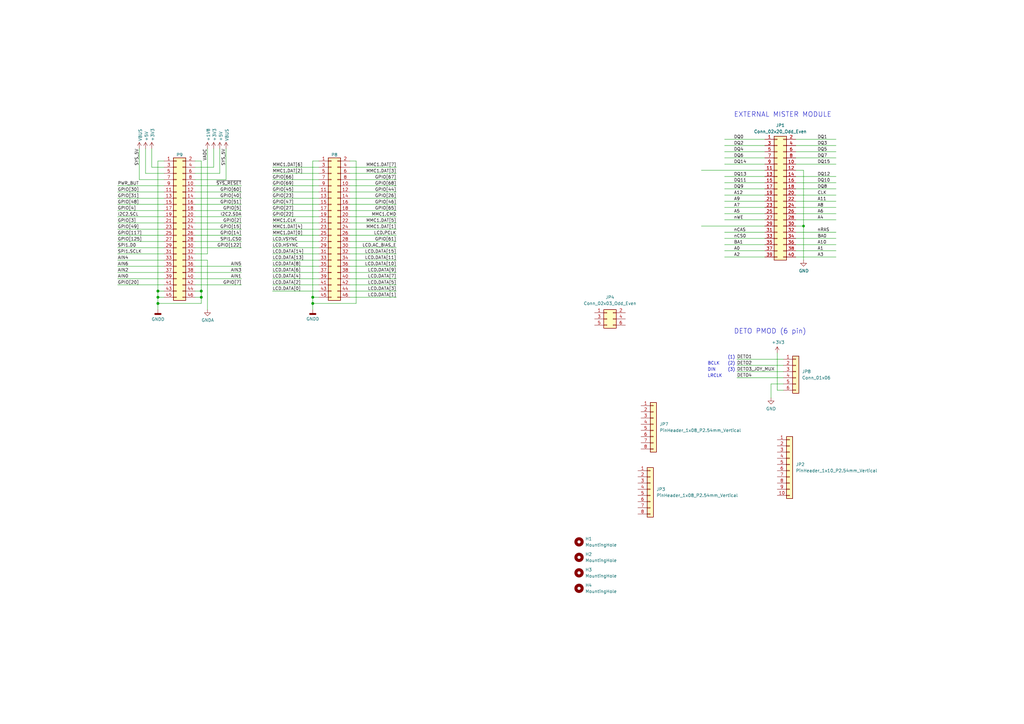
<source format=kicad_sch>
(kicad_sch (version 20211123) (generator eeschema)
  (paper "A3")
  (title_block (title "DECA RETRO CAPE 2") (date "2022-03-10") (rev "${VERSION}") (company "Hard Team Deca") (comment 2 "2022 Somhic <@somhic at telegram>") (comment 3 "License: CC-BY-SA v4.0"))
  (lib_symbols
    (symbol "Connector_Generic:Conn_01x06" (pin_names (offset 1.016) hide)
      (property "Reference" "J" (at 0 7.62 0))
      (property "Value" "Conn_01x06" (at 0 -10.16 0))
      (symbol "Conn_01x06_1_1"
        (rectangle (start -1.27 -7.493) (end 0 -7.747) (stroke (width 0.1524)))
        (rectangle (start -1.27 -4.953) (end 0 -5.207) (stroke (width 0.1524)))
        (rectangle (start -1.27 -2.413) (end 0 -2.667) (stroke (width 0.1524)))
        (rectangle (start -1.27 0.127) (end 0 -0.127) (stroke (width 0.1524)))
        (rectangle (start -1.27 2.667) (end 0 2.413) (stroke (width 0.1524)))
        (rectangle (start -1.27 5.207) (end 0 4.953) (stroke (width 0.1524)))
        (rectangle (start -1.27 6.35) (end 1.27 -8.89) (stroke (width 0.254)) (fill (type background)))
        (pin passive line (at -5.08 5.08 0) (length 3.81) (name "Pin_1") (number "1"))
        (pin passive line (at -5.08 2.54 0) (length 3.81) (name "Pin_2") (number "2"))
        (pin passive line (at -5.08 0 0) (length 3.81) (name "Pin_3") (number "3"))
        (pin passive line (at -5.08 -2.54 0) (length 3.81) (name "Pin_4") (number "4"))
        (pin passive line (at -5.08 -5.08 0) (length 3.81) (name "Pin_5") (number "5"))
        (pin passive line (at -5.08 -7.62 0) (length 3.81) (name "Pin_6") (number "6"))
      )
    )
    (symbol "Connector_Generic:Conn_01x08" (pin_names (offset 1.016) hide)
      (property "Reference" "J" (at 0 10.16 0))
      (property "Value" "Conn_01x08" (at 0 -12.7 0))
      (symbol "Conn_01x08_1_1"
        (rectangle (start -1.27 -10.033) (end 0 -10.287) (stroke (width 0.1524)))
        (rectangle (start -1.27 -7.493) (end 0 -7.747) (stroke (width 0.1524)))
        (rectangle (start -1.27 -4.953) (end 0 -5.207) (stroke (width 0.1524)))
        (rectangle (start -1.27 -2.413) (end 0 -2.667) (stroke (width 0.1524)))
        (rectangle (start -1.27 0.127) (end 0 -0.127) (stroke (width 0.1524)))
        (rectangle (start -1.27 2.667) (end 0 2.413) (stroke (width 0.1524)))
        (rectangle (start -1.27 5.207) (end 0 4.953) (stroke (width 0.1524)))
        (rectangle (start -1.27 7.747) (end 0 7.493) (stroke (width 0.1524)))
        (rectangle (start -1.27 8.89) (end 1.27 -11.43) (stroke (width 0.254)) (fill (type background)))
        (pin passive line (at -5.08 7.62 0) (length 3.81) (name "Pin_1") (number "1"))
        (pin passive line (at -5.08 5.08 0) (length 3.81) (name "Pin_2") (number "2"))
        (pin passive line (at -5.08 2.54 0) (length 3.81) (name "Pin_3") (number "3"))
        (pin passive line (at -5.08 0 0) (length 3.81) (name "Pin_4") (number "4"))
        (pin passive line (at -5.08 -2.54 0) (length 3.81) (name "Pin_5") (number "5"))
        (pin passive line (at -5.08 -5.08 0) (length 3.81) (name "Pin_6") (number "6"))
        (pin passive line (at -5.08 -7.62 0) (length 3.81) (name "Pin_7") (number "7"))
        (pin passive line (at -5.08 -10.16 0) (length 3.81) (name "Pin_8") (number "8"))
      )
    )
    (symbol "Connector_Generic:Conn_01x10" (pin_names (offset 1.016) hide)
      (property "Reference" "J" (at 0 12.7 0))
      (property "Value" "Conn_01x10" (at 0 -15.24 0))
      (symbol "Conn_01x10_1_1"
        (rectangle (start -1.27 -12.573) (end 0 -12.827) (stroke (width 0.1524)))
        (rectangle (start -1.27 -10.033) (end 0 -10.287) (stroke (width 0.1524)))
        (rectangle (start -1.27 -7.493) (end 0 -7.747) (stroke (width 0.1524)))
        (rectangle (start -1.27 -4.953) (end 0 -5.207) (stroke (width 0.1524)))
        (rectangle (start -1.27 -2.413) (end 0 -2.667) (stroke (width 0.1524)))
        (rectangle (start -1.27 0.127) (end 0 -0.127) (stroke (width 0.1524)))
        (rectangle (start -1.27 2.667) (end 0 2.413) (stroke (width 0.1524)))
        (rectangle (start -1.27 5.207) (end 0 4.953) (stroke (width 0.1524)))
        (rectangle (start -1.27 7.747) (end 0 7.493) (stroke (width 0.1524)))
        (rectangle (start -1.27 10.287) (end 0 10.033) (stroke (width 0.1524)))
        (rectangle (start -1.27 11.43) (end 1.27 -13.97) (stroke (width 0.254)) (fill (type background)))
        (pin passive line (at -5.08 10.16 0) (length 3.81) (name "Pin_1") (number "1"))
        (pin passive line (at -5.08 -12.7 0) (length 3.81) (name "Pin_10") (number "10"))
        (pin passive line (at -5.08 7.62 0) (length 3.81) (name "Pin_2") (number "2"))
        (pin passive line (at -5.08 5.08 0) (length 3.81) (name "Pin_3") (number "3"))
        (pin passive line (at -5.08 2.54 0) (length 3.81) (name "Pin_4") (number "4"))
        (pin passive line (at -5.08 0 0) (length 3.81) (name "Pin_5") (number "5"))
        (pin passive line (at -5.08 -2.54 0) (length 3.81) (name "Pin_6") (number "6"))
        (pin passive line (at -5.08 -5.08 0) (length 3.81) (name "Pin_7") (number "7"))
        (pin passive line (at -5.08 -7.62 0) (length 3.81) (name "Pin_8") (number "8"))
        (pin passive line (at -5.08 -10.16 0) (length 3.81) (name "Pin_9") (number "9"))
      )
    )
    (symbol "Connector_Generic:Conn_02x03_Odd_Even" (pin_names (offset 1.016) hide)
      (property "Reference" "J" (at 1.27 5.08 0))
      (property "Value" "Conn_02x03_Odd_Even" (at 1.27 -5.08 0))
      (symbol "Conn_02x03_Odd_Even_1_1"
        (rectangle (start -1.27 -2.413) (end 0 -2.667) (stroke (width 0.1524)))
        (rectangle (start -1.27 0.127) (end 0 -0.127) (stroke (width 0.1524)))
        (rectangle (start -1.27 2.667) (end 0 2.413) (stroke (width 0.1524)))
        (rectangle (start -1.27 3.81) (end 3.81 -3.81) (stroke (width 0.254)) (fill (type background)))
        (rectangle (start 3.81 -2.413) (end 2.54 -2.667) (stroke (width 0.1524)))
        (rectangle (start 3.81 0.127) (end 2.54 -0.127) (stroke (width 0.1524)))
        (rectangle (start 3.81 2.667) (end 2.54 2.413) (stroke (width 0.1524)))
        (pin passive line (at -5.08 2.54 0) (length 3.81) (name "Pin_1") (number "1"))
        (pin passive line (at 7.62 2.54 180) (length 3.81) (name "Pin_2") (number "2"))
        (pin passive line (at -5.08 0 0) (length 3.81) (name "Pin_3") (number "3"))
        (pin passive line (at 7.62 0 180) (length 3.81) (name "Pin_4") (number "4"))
        (pin passive line (at -5.08 -2.54 0) (length 3.81) (name "Pin_5") (number "5"))
        (pin passive line (at 7.62 -2.54 180) (length 3.81) (name "Pin_6") (number "6"))
      )
    )
    (symbol "Connector_Generic:Conn_02x20_Odd_Even" (pin_names (offset 1.016) hide)
      (property "Reference" "J" (at 1.27 25.4 0))
      (property "Value" "Conn_02x20_Odd_Even" (at 1.27 -27.94 0))
      (symbol "Conn_02x20_Odd_Even_1_1"
        (rectangle (start -1.27 -25.273) (end 0 -25.527) (stroke (width 0.1524)))
        (rectangle (start -1.27 -22.733) (end 0 -22.987) (stroke (width 0.1524)))
        (rectangle (start -1.27 -20.193) (end 0 -20.447) (stroke (width 0.1524)))
        (rectangle (start -1.27 -17.653) (end 0 -17.907) (stroke (width 0.1524)))
        (rectangle (start -1.27 -15.113) (end 0 -15.367) (stroke (width 0.1524)))
        (rectangle (start -1.27 -12.573) (end 0 -12.827) (stroke (width 0.1524)))
        (rectangle (start -1.27 -10.033) (end 0 -10.287) (stroke (width 0.1524)))
        (rectangle (start -1.27 -7.493) (end 0 -7.747) (stroke (width 0.1524)))
        (rectangle (start -1.27 -4.953) (end 0 -5.207) (stroke (width 0.1524)))
        (rectangle (start -1.27 -2.413) (end 0 -2.667) (stroke (width 0.1524)))
        (rectangle (start -1.27 0.127) (end 0 -0.127) (stroke (width 0.1524)))
        (rectangle (start -1.27 2.667) (end 0 2.413) (stroke (width 0.1524)))
        (rectangle (start -1.27 5.207) (end 0 4.953) (stroke (width 0.1524)))
        (rectangle (start -1.27 7.747) (end 0 7.493) (stroke (width 0.1524)))
        (rectangle (start -1.27 10.287) (end 0 10.033) (stroke (width 0.1524)))
        (rectangle (start -1.27 12.827) (end 0 12.573) (stroke (width 0.1524)))
        (rectangle (start -1.27 15.367) (end 0 15.113) (stroke (width 0.1524)))
        (rectangle (start -1.27 17.907) (end 0 17.653) (stroke (width 0.1524)))
        (rectangle (start -1.27 20.447) (end 0 20.193) (stroke (width 0.1524)))
        (rectangle (start -1.27 22.987) (end 0 22.733) (stroke (width 0.1524)))
        (rectangle (start -1.27 24.13) (end 3.81 -26.67) (stroke (width 0.254)) (fill (type background)))
        (rectangle (start 3.81 -25.273) (end 2.54 -25.527) (stroke (width 0.1524)))
        (rectangle (start 3.81 -22.733) (end 2.54 -22.987) (stroke (width 0.1524)))
        (rectangle (start 3.81 -20.193) (end 2.54 -20.447) (stroke (width 0.1524)))
        (rectangle (start 3.81 -17.653) (end 2.54 -17.907) (stroke (width 0.1524)))
        (rectangle (start 3.81 -15.113) (end 2.54 -15.367) (stroke (width 0.1524)))
        (rectangle (start 3.81 -12.573) (end 2.54 -12.827) (stroke (width 0.1524)))
        (rectangle (start 3.81 -10.033) (end 2.54 -10.287) (stroke (width 0.1524)))
        (rectangle (start 3.81 -7.493) (end 2.54 -7.747) (stroke (width 0.1524)))
        (rectangle (start 3.81 -4.953) (end 2.54 -5.207) (stroke (width 0.1524)))
        (rectangle (start 3.81 -2.413) (end 2.54 -2.667) (stroke (width 0.1524)))
        (rectangle (start 3.81 0.127) (end 2.54 -0.127) (stroke (width 0.1524)))
        (rectangle (start 3.81 2.667) (end 2.54 2.413) (stroke (width 0.1524)))
        (rectangle (start 3.81 5.207) (end 2.54 4.953) (stroke (width 0.1524)))
        (rectangle (start 3.81 7.747) (end 2.54 7.493) (stroke (width 0.1524)))
        (rectangle (start 3.81 10.287) (end 2.54 10.033) (stroke (width 0.1524)))
        (rectangle (start 3.81 12.827) (end 2.54 12.573) (stroke (width 0.1524)))
        (rectangle (start 3.81 15.367) (end 2.54 15.113) (stroke (width 0.1524)))
        (rectangle (start 3.81 17.907) (end 2.54 17.653) (stroke (width 0.1524)))
        (rectangle (start 3.81 20.447) (end 2.54 20.193) (stroke (width 0.1524)))
        (rectangle (start 3.81 22.987) (end 2.54 22.733) (stroke (width 0.1524)))
        (pin passive line (at -5.08 22.86 0) (length 3.81) (name "Pin_1") (number "1"))
        (pin passive line (at 7.62 12.7 180) (length 3.81) (name "Pin_10") (number "10"))
        (pin passive line (at -5.08 10.16 0) (length 3.81) (name "Pin_11") (number "11"))
        (pin passive line (at 7.62 10.16 180) (length 3.81) (name "Pin_12") (number "12"))
        (pin passive line (at -5.08 7.62 0) (length 3.81) (name "Pin_13") (number "13"))
        (pin passive line (at 7.62 7.62 180) (length 3.81) (name "Pin_14") (number "14"))
        (pin passive line (at -5.08 5.08 0) (length 3.81) (name "Pin_15") (number "15"))
        (pin passive line (at 7.62 5.08 180) (length 3.81) (name "Pin_16") (number "16"))
        (pin passive line (at -5.08 2.54 0) (length 3.81) (name "Pin_17") (number "17"))
        (pin passive line (at 7.62 2.54 180) (length 3.81) (name "Pin_18") (number "18"))
        (pin passive line (at -5.08 0 0) (length 3.81) (name "Pin_19") (number "19"))
        (pin passive line (at 7.62 22.86 180) (length 3.81) (name "Pin_2") (number "2"))
        (pin passive line (at 7.62 0 180) (length 3.81) (name "Pin_20") (number "20"))
        (pin passive line (at -5.08 -2.54 0) (length 3.81) (name "Pin_21") (number "21"))
        (pin passive line (at 7.62 -2.54 180) (length 3.81) (name "Pin_22") (number "22"))
        (pin passive line (at -5.08 -5.08 0) (length 3.81) (name "Pin_23") (number "23"))
        (pin passive line (at 7.62 -5.08 180) (length 3.81) (name "Pin_24") (number "24"))
        (pin passive line (at -5.08 -7.62 0) (length 3.81) (name "Pin_25") (number "25"))
        (pin passive line (at 7.62 -7.62 180) (length 3.81) (name "Pin_26") (number "26"))
        (pin passive line (at -5.08 -10.16 0) (length 3.81) (name "Pin_27") (number "27"))
        (pin passive line (at 7.62 -10.16 180) (length 3.81) (name "Pin_28") (number "28"))
        (pin passive line (at -5.08 -12.7 0) (length 3.81) (name "Pin_29") (number "29"))
        (pin passive line (at -5.08 20.32 0) (length 3.81) (name "Pin_3") (number "3"))
        (pin passive line (at 7.62 -12.7 180) (length 3.81) (name "Pin_30") (number "30"))
        (pin passive line (at -5.08 -15.24 0) (length 3.81) (name "Pin_31") (number "31"))
        (pin passive line (at 7.62 -15.24 180) (length 3.81) (name "Pin_32") (number "32"))
        (pin passive line (at -5.08 -17.78 0) (length 3.81) (name "Pin_33") (number "33"))
        (pin passive line (at 7.62 -17.78 180) (length 3.81) (name "Pin_34") (number "34"))
        (pin passive line (at -5.08 -20.32 0) (length 3.81) (name "Pin_35") (number "35"))
        (pin passive line (at 7.62 -20.32 180) (length 3.81) (name "Pin_36") (number "36"))
        (pin passive line (at -5.08 -22.86 0) (length 3.81) (name "Pin_37") (number "37"))
        (pin passive line (at 7.62 -22.86 180) (length 3.81) (name "Pin_38") (number "38"))
        (pin passive line (at -5.08 -25.4 0) (length 3.81) (name "Pin_39") (number "39"))
        (pin passive line (at 7.62 20.32 180) (length 3.81) (name "Pin_4") (number "4"))
        (pin passive line (at 7.62 -25.4 180) (length 3.81) (name "Pin_40") (number "40"))
        (pin passive line (at -5.08 17.78 0) (length 3.81) (name "Pin_5") (number "5"))
        (pin passive line (at 7.62 17.78 180) (length 3.81) (name "Pin_6") (number "6"))
        (pin passive line (at -5.08 15.24 0) (length 3.81) (name "Pin_7") (number "7"))
        (pin passive line (at 7.62 15.24 180) (length 3.81) (name "Pin_8") (number "8"))
        (pin passive line (at -5.08 12.7 0) (length 3.81) (name "Pin_9") (number "9"))
      )
    )
    (symbol "Connector_Generic:Conn_02x23_Odd_Even" (pin_names (offset 1.016) hide)
      (property "Reference" "J" (at 1.27 30.48 0))
      (property "Value" "Conn_02x23_Odd_Even" (at 1.27 -30.48 0))
      (symbol "Conn_02x23_Odd_Even_1_1"
        (rectangle (start -1.27 -27.813) (end 0 -28.067) (stroke (width 0.1524)))
        (rectangle (start -1.27 -25.273) (end 0 -25.527) (stroke (width 0.1524)))
        (rectangle (start -1.27 -22.733) (end 0 -22.987) (stroke (width 0.1524)))
        (rectangle (start -1.27 -20.193) (end 0 -20.447) (stroke (width 0.1524)))
        (rectangle (start -1.27 -17.653) (end 0 -17.907) (stroke (width 0.1524)))
        (rectangle (start -1.27 -15.113) (end 0 -15.367) (stroke (width 0.1524)))
        (rectangle (start -1.27 -12.573) (end 0 -12.827) (stroke (width 0.1524)))
        (rectangle (start -1.27 -10.033) (end 0 -10.287) (stroke (width 0.1524)))
        (rectangle (start -1.27 -7.493) (end 0 -7.747) (stroke (width 0.1524)))
        (rectangle (start -1.27 -4.953) (end 0 -5.207) (stroke (width 0.1524)))
        (rectangle (start -1.27 -2.413) (end 0 -2.667) (stroke (width 0.1524)))
        (rectangle (start -1.27 0.127) (end 0 -0.127) (stroke (width 0.1524)))
        (rectangle (start -1.27 2.667) (end 0 2.413) (stroke (width 0.1524)))
        (rectangle (start -1.27 5.207) (end 0 4.953) (stroke (width 0.1524)))
        (rectangle (start -1.27 7.747) (end 0 7.493) (stroke (width 0.1524)))
        (rectangle (start -1.27 10.287) (end 0 10.033) (stroke (width 0.1524)))
        (rectangle (start -1.27 12.827) (end 0 12.573) (stroke (width 0.1524)))
        (rectangle (start -1.27 15.367) (end 0 15.113) (stroke (width 0.1524)))
        (rectangle (start -1.27 17.907) (end 0 17.653) (stroke (width 0.1524)))
        (rectangle (start -1.27 20.447) (end 0 20.193) (stroke (width 0.1524)))
        (rectangle (start -1.27 22.987) (end 0 22.733) (stroke (width 0.1524)))
        (rectangle (start -1.27 25.527) (end 0 25.273) (stroke (width 0.1524)))
        (rectangle (start -1.27 28.067) (end 0 27.813) (stroke (width 0.1524)))
        (rectangle (start -1.27 29.21) (end 3.81 -29.21) (stroke (width 0.254)) (fill (type background)))
        (rectangle (start 3.81 -27.813) (end 2.54 -28.067) (stroke (width 0.1524)))
        (rectangle (start 3.81 -25.273) (end 2.54 -25.527) (stroke (width 0.1524)))
        (rectangle (start 3.81 -22.733) (end 2.54 -22.987) (stroke (width 0.1524)))
        (rectangle (start 3.81 -20.193) (end 2.54 -20.447) (stroke (width 0.1524)))
        (rectangle (start 3.81 -17.653) (end 2.54 -17.907) (stroke (width 0.1524)))
        (rectangle (start 3.81 -15.113) (end 2.54 -15.367) (stroke (width 0.1524)))
        (rectangle (start 3.81 -12.573) (end 2.54 -12.827) (stroke (width 0.1524)))
        (rectangle (start 3.81 -10.033) (end 2.54 -10.287) (stroke (width 0.1524)))
        (rectangle (start 3.81 -7.493) (end 2.54 -7.747) (stroke (width 0.1524)))
        (rectangle (start 3.81 -4.953) (end 2.54 -5.207) (stroke (width 0.1524)))
        (rectangle (start 3.81 -2.413) (end 2.54 -2.667) (stroke (width 0.1524)))
        (rectangle (start 3.81 0.127) (end 2.54 -0.127) (stroke (width 0.1524)))
        (rectangle (start 3.81 2.667) (end 2.54 2.413) (stroke (width 0.1524)))
        (rectangle (start 3.81 5.207) (end 2.54 4.953) (stroke (width 0.1524)))
        (rectangle (start 3.81 7.747) (end 2.54 7.493) (stroke (width 0.1524)))
        (rectangle (start 3.81 10.287) (end 2.54 10.033) (stroke (width 0.1524)))
        (rectangle (start 3.81 12.827) (end 2.54 12.573) (stroke (width 0.1524)))
        (rectangle (start 3.81 15.367) (end 2.54 15.113) (stroke (width 0.1524)))
        (rectangle (start 3.81 17.907) (end 2.54 17.653) (stroke (width 0.1524)))
        (rectangle (start 3.81 20.447) (end 2.54 20.193) (stroke (width 0.1524)))
        (rectangle (start 3.81 22.987) (end 2.54 22.733) (stroke (width 0.1524)))
        (rectangle (start 3.81 25.527) (end 2.54 25.273) (stroke (width 0.1524)))
        (rectangle (start 3.81 28.067) (end 2.54 27.813) (stroke (width 0.1524)))
        (pin passive line (at -5.08 27.94 0) (length 3.81) (name "Pin_1") (number "1"))
        (pin passive line (at 7.62 17.78 180) (length 3.81) (name "Pin_10") (number "10"))
        (pin passive line (at -5.08 15.24 0) (length 3.81) (name "Pin_11") (number "11"))
        (pin passive line (at 7.62 15.24 180) (length 3.81) (name "Pin_12") (number "12"))
        (pin passive line (at -5.08 12.7 0) (length 3.81) (name "Pin_13") (number "13"))
        (pin passive line (at 7.62 12.7 180) (length 3.81) (name "Pin_14") (number "14"))
        (pin passive line (at -5.08 10.16 0) (length 3.81) (name "Pin_15") (number "15"))
        (pin passive line (at 7.62 10.16 180) (length 3.81) (name "Pin_16") (number "16"))
        (pin passive line (at -5.08 7.62 0) (length 3.81) (name "Pin_17") (number "17"))
        (pin passive line (at 7.62 7.62 180) (length 3.81) (name "Pin_18") (number "18"))
        (pin passive line (at -5.08 5.08 0) (length 3.81) (name "Pin_19") (number "19"))
        (pin passive line (at 7.62 27.94 180) (length 3.81) (name "Pin_2") (number "2"))
        (pin passive line (at 7.62 5.08 180) (length 3.81) (name "Pin_20") (number "20"))
        (pin passive line (at -5.08 2.54 0) (length 3.81) (name "Pin_21") (number "21"))
        (pin passive line (at 7.62 2.54 180) (length 3.81) (name "Pin_22") (number "22"))
        (pin passive line (at -5.08 0 0) (length 3.81) (name "Pin_23") (number "23"))
        (pin passive line (at 7.62 0 180) (length 3.81) (name "Pin_24") (number "24"))
        (pin passive line (at -5.08 -2.54 0) (length 3.81) (name "Pin_25") (number "25"))
        (pin passive line (at 7.62 -2.54 180) (length 3.81) (name "Pin_26") (number "26"))
        (pin passive line (at -5.08 -5.08 0) (length 3.81) (name "Pin_27") (number "27"))
        (pin passive line (at 7.62 -5.08 180) (length 3.81) (name "Pin_28") (number "28"))
        (pin passive line (at -5.08 -7.62 0) (length 3.81) (name "Pin_29") (number "29"))
        (pin passive line (at -5.08 25.4 0) (length 3.81) (name "Pin_3") (number "3"))
        (pin passive line (at 7.62 -7.62 180) (length 3.81) (name "Pin_30") (number "30"))
        (pin passive line (at -5.08 -10.16 0) (length 3.81) (name "Pin_31") (number "31"))
        (pin passive line (at 7.62 -10.16 180) (length 3.81) (name "Pin_32") (number "32"))
        (pin passive line (at -5.08 -12.7 0) (length 3.81) (name "Pin_33") (number "33"))
        (pin passive line (at 7.62 -12.7 180) (length 3.81) (name "Pin_34") (number "34"))
        (pin passive line (at -5.08 -15.24 0) (length 3.81) (name "Pin_35") (number "35"))
        (pin passive line (at 7.62 -15.24 180) (length 3.81) (name "Pin_36") (number "36"))
        (pin passive line (at -5.08 -17.78 0) (length 3.81) (name "Pin_37") (number "37"))
        (pin passive line (at 7.62 -17.78 180) (length 3.81) (name "Pin_38") (number "38"))
        (pin passive line (at -5.08 -20.32 0) (length 3.81) (name "Pin_39") (number "39"))
        (pin passive line (at 7.62 25.4 180) (length 3.81) (name "Pin_4") (number "4"))
        (pin passive line (at 7.62 -20.32 180) (length 3.81) (name "Pin_40") (number "40"))
        (pin passive line (at -5.08 -22.86 0) (length 3.81) (name "Pin_41") (number "41"))
        (pin passive line (at 7.62 -22.86 180) (length 3.81) (name "Pin_42") (number "42"))
        (pin passive line (at -5.08 -25.4 0) (length 3.81) (name "Pin_43") (number "43"))
        (pin passive line (at 7.62 -25.4 180) (length 3.81) (name "Pin_44") (number "44"))
        (pin passive line (at -5.08 -27.94 0) (length 3.81) (name "Pin_45") (number "45"))
        (pin passive line (at 7.62 -27.94 180) (length 3.81) (name "Pin_46") (number "46"))
        (pin passive line (at -5.08 22.86 0) (length 3.81) (name "Pin_5") (number "5"))
        (pin passive line (at 7.62 22.86 180) (length 3.81) (name "Pin_6") (number "6"))
        (pin passive line (at -5.08 20.32 0) (length 3.81) (name "Pin_7") (number "7"))
        (pin passive line (at 7.62 20.32 180) (length 3.81) (name "Pin_8") (number "8"))
        (pin passive line (at -5.08 17.78 0) (length 3.81) (name "Pin_9") (number "9"))
      )
    )
    (symbol "Mechanical:MountingHole" (pin_names (offset 1.016))
      (property "Reference" "H" (at 0 5.08 0))
      (property "Value" "MountingHole" (at 0 3.175 0))
      (symbol "MountingHole_0_1"
        (circle (center 0 0) (radius 1.27) (stroke (width 1.27)))
      )
    )
    (symbol "power:+1V8" (power) (pin_names (offset 0))
      (property "Value" "+1V8" (at 0 3.556 0))
      (symbol "+1V8_0_1"
        (polyline (pts (xy -0.762 1.27) (xy 0 2.54)))
        (polyline (pts (xy 0 0) (xy 0 2.54)))
        (polyline (pts (xy 0 2.54) (xy 0.762 1.27)))
      )
      (symbol "+1V8_1_1"
        (pin power_in line (at 0 0 90) (length 0) hide (name "+1V8") (number "1"))
      )
    )
    (symbol "power:+3.3V" (power) (pin_names (offset 0))
      (property "Value" "+3.3V" (at 0 3.556 0))
      (symbol "+3.3V_0_1"
        (polyline (pts (xy -0.762 1.27) (xy 0 2.54)))
        (polyline (pts (xy 0 0) (xy 0 2.54)))
        (polyline (pts (xy 0 2.54) (xy 0.762 1.27)))
      )
      (symbol "+3.3V_1_1"
        (pin power_in line (at 0 0 90) (length 0) hide (name "+3V3") (number "1"))
      )
    )
    (symbol "power:+3V3" (power) (pin_names (offset 0))
      (property "Value" "+3V3" (at 0 3.556 0))
      (symbol "+3V3_0_1"
        (polyline (pts (xy -0.762 1.27) (xy 0 2.54)))
        (polyline (pts (xy 0 0) (xy 0 2.54)))
        (polyline (pts (xy 0 2.54) (xy 0.762 1.27)))
      )
      (symbol "+3V3_1_1"
        (pin power_in line (at 0 0 90) (length 0) hide (name "+3V3") (number "1"))
      )
    )
    (symbol "power:+5V" (power) (pin_names (offset 0))
      (property "Value" "+5V" (at 0 3.556 0))
      (symbol "+5V_0_1"
        (polyline (pts (xy -0.762 1.27) (xy 0 2.54)))
        (polyline (pts (xy 0 0) (xy 0 2.54)))
        (polyline (pts (xy 0 2.54) (xy 0.762 1.27)))
      )
      (symbol "+5V_1_1"
        (pin power_in line (at 0 0 90) (length 0) hide (name "+5V") (number "1"))
      )
    )
    (symbol "power:GND" (power) (pin_names (offset 0))
      (property "Value" "GND" (at 0 -3.81 0))
      (symbol "GND_0_1"
        (polyline (pts (xy 0 0) (xy 0 -1.27) (xy 1.27 -1.27) (xy 0 -2.54) (xy -1.27 -1.27) (xy 0 -1.27)))
      )
      (symbol "GND_1_1"
        (pin power_in line (at 0 0 270) (length 0) hide (name "GND") (number "1"))
      )
    )
    (symbol "power:GNDA" (power) (pin_names (offset 0))
      (property "Value" "GNDA" (at 0 -3.81 0))
      (symbol "GNDA_0_1"
        (polyline (pts (xy 0 0) (xy 0 -1.27) (xy 1.27 -1.27) (xy 0 -2.54) (xy -1.27 -1.27) (xy 0 -1.27)))
      )
      (symbol "GNDA_1_1"
        (pin power_in line (at 0 0 270) (length 0) hide (name "GNDA") (number "1"))
      )
    )
    (symbol "power:GNDD" (power) (pin_names (offset 0))
      (property "Value" "GNDD" (at 0 -3.175 0))
      (symbol "GNDD_0_1"
        (rectangle (start -1.27 -1.524) (end 1.27 -2.032) (stroke (width 0.254)) (fill (type outline)))
        (polyline (pts (xy 0 0) (xy 0 -1.524)))
      )
      (symbol "GNDD_1_1"
        (pin power_in line (at 0 0 270) (length 0) hide (name "GNDD") (number "1"))
      )
    )
    (symbol "power:VBUS" (power) (pin_names (offset 0))
      (property "Value" "VBUS" (at 0 3.81 0))
      (symbol "VBUS_0_1"
        (polyline (pts (xy -0.762 1.27) (xy 0 2.54)))
        (polyline (pts (xy 0 0) (xy 0 2.54)))
        (polyline (pts (xy 0 2.54) (xy 0.762 1.27)))
      )
      (symbol "VBUS_1_1"
        (pin power_in line (at 0 0 90) (length 0) hide (name "VBUS") (number "1"))
      )
    )
  )
  (junction (at 82.55 121.92) (diameter 1.016))
  (junction (at 329.565 92.71))
  (junction (at 64.77 121.92) (diameter 1.016))
  (junction (at 64.77 119.38) (diameter 1.016))
  (junction (at 82.55 119.38) (diameter 1.016))
  (junction (at 128.27 121.92) (diameter 1.016))
  (junction (at 128.27 124.46) (diameter 1.016))
  (junction (at 64.77 124.46) (diameter 1.016))
  (wire (pts (xy 143.51 116.84) (xy 162.56 116.84)))
  (wire (pts (xy 111.76 68.58) (xy 130.81 68.58)))
  (wire (pts (xy 342.9 77.47) (xy 326.39 77.47)))
  (wire (pts (xy 313.69 105.41) (xy 297.18 105.41)))
  (wire (pts (xy 143.51 121.92) (xy 162.56 121.92)))
  (wire (pts (xy 143.51 81.28) (xy 162.56 81.28)))
  (wire (pts (xy 128.27 66.04) (xy 128.27 121.92)))
  (wire (pts (xy 143.51 96.52) (xy 162.56 96.52)))
  (wire (pts (xy 313.69 100.33) (xy 297.18 100.33)))
  (wire (pts (xy 57.15 73.66) (xy 57.15 60.96)))
  (wire (pts (xy 111.76 111.76) (xy 130.81 111.76)))
  (wire (pts (xy 143.51 66.04) (xy 146.05 66.04)))
  (wire (pts (xy 80.01 114.3) (xy 99.06 114.3)))
  (wire (pts (xy 146.05 66.04) (xy 146.05 124.46)))
  (wire (pts (xy 80.01 66.04) (xy 82.55 66.04)))
  (wire (pts (xy 128.27 124.46) (xy 146.05 124.46)))
  (wire (pts (xy 342.9 64.77) (xy 326.39 64.77)))
  (wire (pts (xy 313.69 102.87) (xy 297.18 102.87)))
  (wire (pts (xy 287.655 69.85) (xy 313.69 69.85)))
  (wire (pts (xy 111.76 71.12) (xy 130.81 71.12)))
  (wire (pts (xy 342.9 90.17) (xy 326.39 90.17)))
  (wire (pts (xy 48.26 116.84) (xy 67.31 116.84)))
  (wire (pts (xy 111.76 88.9) (xy 130.81 88.9)))
  (wire (pts (xy 342.9 80.01) (xy 326.39 80.01)))
  (wire (pts (xy 143.51 111.76) (xy 162.56 111.76)))
  (wire (pts (xy 342.9 105.41) (xy 326.39 105.41)))
  (wire (pts (xy 48.26 93.98) (xy 67.31 93.98)))
  (wire (pts (xy 64.77 66.04) (xy 64.77 119.38)))
  (wire (pts (xy 318.77 144.78) (xy 318.77 160.02)))
  (wire (pts (xy 82.55 119.38) (xy 82.55 121.92)))
  (wire (pts (xy 48.26 83.82) (xy 67.31 83.82)))
  (wire (pts (xy 342.9 59.69) (xy 326.39 59.69)))
  (wire (pts (xy 342.9 82.55) (xy 326.39 82.55)))
  (wire (pts (xy 111.76 101.6) (xy 130.81 101.6)))
  (wire (pts (xy 143.51 99.06) (xy 162.56 99.06)))
  (wire (pts (xy 48.26 76.2) (xy 67.31 76.2)))
  (wire (pts (xy 342.9 67.31) (xy 326.39 67.31)))
  (wire (pts (xy 111.76 86.36) (xy 130.81 86.36)))
  (wire (pts (xy 82.55 121.92) (xy 82.55 124.46)))
  (wire (pts (xy 342.9 100.33) (xy 326.39 100.33)))
  (wire (pts (xy 143.51 93.98) (xy 162.56 93.98)))
  (wire (pts (xy 85.09 106.68) (xy 85.09 127)))
  (wire (pts (xy 64.77 121.92) (xy 67.31 121.92)))
  (wire (pts (xy 318.77 160.02) (xy 321.31 160.02)))
  (wire (pts (xy 48.26 96.52) (xy 67.31 96.52)))
  (wire (pts (xy 80.01 104.14) (xy 85.09 104.14)))
  (wire (pts (xy 82.55 66.04) (xy 82.55 119.38)))
  (wire (pts (xy 326.39 92.71) (xy 329.565 92.71)))
  (wire (pts (xy 111.76 83.82) (xy 130.81 83.82)))
  (wire (pts (xy 313.69 59.69) (xy 297.18 59.69)))
  (wire (pts (xy 80.01 96.52) (xy 99.06 96.52)))
  (wire (pts (xy 128.27 124.46) (xy 128.27 127)))
  (wire (pts (xy 64.77 124.46) (xy 82.55 124.46)))
  (wire (pts (xy 111.76 73.66) (xy 130.81 73.66)))
  (wire (pts (xy 143.51 104.14) (xy 162.56 104.14)))
  (wire (pts (xy 313.69 95.25) (xy 297.18 95.25)))
  (wire (pts (xy 316.23 163.195) (xy 316.23 157.48)))
  (wire (pts (xy 48.26 99.06) (xy 67.31 99.06)))
  (wire (pts (xy 80.01 68.58) (xy 87.63 68.58)))
  (wire (pts (xy 143.51 88.9) (xy 162.56 88.9)))
  (wire (pts (xy 111.76 96.52) (xy 130.81 96.52)))
  (wire (pts (xy 342.9 62.23) (xy 326.39 62.23)))
  (wire (pts (xy 48.26 109.22) (xy 67.31 109.22)))
  (wire (pts (xy 143.51 83.82) (xy 162.56 83.82)))
  (wire (pts (xy 90.17 71.12) (xy 90.17 60.96)))
  (wire (pts (xy 80.01 78.74) (xy 99.06 78.74)))
  (wire (pts (xy 92.71 60.96) (xy 92.71 73.66)))
  (wire (pts (xy 313.69 72.39) (xy 297.18 72.39)))
  (wire (pts (xy 80.01 121.92) (xy 82.55 121.92)))
  (wire (pts (xy 80.01 99.06) (xy 99.06 99.06)))
  (wire (pts (xy 342.9 95.25) (xy 326.39 95.25)))
  (wire (pts (xy 64.77 127) (xy 64.77 124.46)))
  (wire (pts (xy 313.69 87.63) (xy 297.18 87.63)))
  (wire (pts (xy 67.31 68.58) (xy 62.23 68.58)))
  (wire (pts (xy 313.69 77.47) (xy 297.18 77.47)))
  (wire (pts (xy 80.01 91.44) (xy 99.06 91.44)))
  (wire (pts (xy 313.69 82.55) (xy 297.18 82.55)))
  (wire (pts (xy 143.51 114.3) (xy 162.56 114.3)))
  (wire (pts (xy 67.31 73.66) (xy 57.15 73.66)))
  (wire (pts (xy 302.26 149.86) (xy 321.31 149.86)))
  (wire (pts (xy 111.76 91.44) (xy 130.81 91.44)))
  (wire (pts (xy 111.76 99.06) (xy 130.81 99.06)))
  (wire (pts (xy 48.26 101.6) (xy 67.31 101.6)))
  (wire (pts (xy 313.69 64.77) (xy 297.18 64.77)))
  (wire (pts (xy 59.69 71.12) (xy 59.69 60.96)))
  (wire (pts (xy 313.69 85.09) (xy 297.18 85.09)))
  (wire (pts (xy 342.9 57.15) (xy 326.39 57.15)))
  (wire (pts (xy 128.27 121.92) (xy 128.27 124.46)))
  (wire (pts (xy 111.76 78.74) (xy 130.81 78.74)))
  (wire (pts (xy 342.9 85.09) (xy 326.39 85.09)))
  (wire (pts (xy 48.26 106.68) (xy 67.31 106.68)))
  (wire (pts (xy 80.01 86.36) (xy 99.06 86.36)))
  (wire (pts (xy 48.26 88.9) (xy 67.31 88.9)))
  (wire (pts (xy 143.51 76.2) (xy 162.56 76.2)))
  (wire (pts (xy 329.565 69.85) (xy 326.39 69.85)))
  (wire (pts (xy 67.31 66.04) (xy 64.77 66.04)))
  (wire (pts (xy 48.26 86.36) (xy 67.31 86.36)))
  (wire (pts (xy 80.01 101.6) (xy 99.06 101.6)))
  (wire (pts (xy 80.01 119.38) (xy 82.55 119.38)))
  (wire (pts (xy 48.26 104.14) (xy 67.31 104.14)))
  (wire (pts (xy 143.51 119.38) (xy 162.56 119.38)))
  (wire (pts (xy 64.77 121.92) (xy 64.77 119.38)))
  (wire (pts (xy 80.01 76.2) (xy 99.06 76.2)))
  (wire (pts (xy 48.26 91.44) (xy 67.31 91.44)))
  (wire (pts (xy 313.69 97.79) (xy 297.18 97.79)))
  (wire (pts (xy 111.76 106.68) (xy 130.81 106.68)))
  (wire (pts (xy 48.26 81.28) (xy 67.31 81.28)))
  (wire (pts (xy 342.9 72.39) (xy 326.39 72.39)))
  (wire (pts (xy 316.23 157.48) (xy 321.31 157.48)))
  (wire (pts (xy 302.26 154.94) (xy 321.31 154.94)))
  (wire (pts (xy 302.26 147.32) (xy 321.31 147.32)))
  (wire (pts (xy 80.01 109.22) (xy 99.06 109.22)))
  (wire (pts (xy 329.565 106.68) (xy 329.565 92.71)))
  (wire (pts (xy 111.76 81.28) (xy 130.81 81.28)))
  (wire (pts (xy 111.76 119.38) (xy 130.81 119.38)))
  (wire (pts (xy 143.51 78.74) (xy 162.56 78.74)))
  (wire (pts (xy 80.01 88.9) (xy 99.06 88.9)))
  (wire (pts (xy 313.69 74.93) (xy 297.18 74.93)))
  (wire (pts (xy 342.9 74.93) (xy 326.39 74.93)))
  (wire (pts (xy 80.01 83.82) (xy 99.06 83.82)))
  (wire (pts (xy 80.01 106.68) (xy 85.09 106.68)))
  (wire (pts (xy 313.69 80.01) (xy 297.18 80.01)))
  (wire (pts (xy 85.09 60.96) (xy 85.09 104.14)))
  (wire (pts (xy 128.27 66.04) (xy 130.81 66.04)))
  (wire (pts (xy 87.63 68.58) (xy 87.63 60.96)))
  (wire (pts (xy 313.69 67.31) (xy 297.18 67.31)))
  (wire (pts (xy 111.76 104.14) (xy 130.81 104.14)))
  (wire (pts (xy 313.69 62.23) (xy 297.18 62.23)))
  (wire (pts (xy 80.01 73.66) (xy 92.71 73.66)))
  (wire (pts (xy 64.77 119.38) (xy 67.31 119.38)))
  (wire (pts (xy 111.76 114.3) (xy 130.81 114.3)))
  (wire (pts (xy 313.69 90.17) (xy 297.18 90.17)))
  (wire (pts (xy 143.51 68.58) (xy 162.56 68.58)))
  (wire (pts (xy 302.26 152.4) (xy 321.31 152.4)))
  (wire (pts (xy 64.77 124.46) (xy 64.77 121.92)))
  (wire (pts (xy 80.01 116.84) (xy 99.06 116.84)))
  (wire (pts (xy 80.01 71.12) (xy 90.17 71.12)))
  (wire (pts (xy 143.51 86.36) (xy 162.56 86.36)))
  (wire (pts (xy 67.31 71.12) (xy 59.69 71.12)))
  (wire (pts (xy 62.23 68.58) (xy 62.23 60.96)))
  (wire (pts (xy 143.51 109.22) (xy 162.56 109.22)))
  (wire (pts (xy 329.565 92.71) (xy 329.565 69.85)))
  (wire (pts (xy 48.26 111.76) (xy 67.31 111.76)))
  (wire (pts (xy 111.76 76.2) (xy 130.81 76.2)))
  (wire (pts (xy 143.51 106.68) (xy 162.56 106.68)))
  (wire (pts (xy 48.26 78.74) (xy 67.31 78.74)))
  (wire (pts (xy 342.9 97.79) (xy 326.39 97.79)))
  (wire (pts (xy 80.01 81.28) (xy 99.06 81.28)))
  (wire (pts (xy 143.51 71.12) (xy 162.56 71.12)))
  (wire (pts (xy 342.9 87.63) (xy 326.39 87.63)))
  (wire (pts (xy 80.01 111.76) (xy 99.06 111.76)))
  (wire (pts (xy 111.76 116.84) (xy 130.81 116.84)))
  (wire (pts (xy 342.9 102.87) (xy 326.39 102.87)))
  (wire (pts (xy 111.76 109.22) (xy 130.81 109.22)))
  (wire (pts (xy 313.69 57.15) (xy 297.18 57.15)))
  (wire (pts (xy 143.51 91.44) (xy 162.56 91.44)))
  (wire (pts (xy 143.51 101.6) (xy 162.56 101.6)))
  (wire (pts (xy 130.81 121.92) (xy 128.27 121.92)))
  (wire (pts (xy 80.01 93.98) (xy 99.06 93.98)))
  (wire (pts (xy 111.76 93.98) (xy 130.81 93.98)))
  (wire (pts (xy 287.655 92.71) (xy 313.69 92.71)))
  (wire (pts (xy 48.26 114.3) (xy 67.31 114.3)))
  (wire (pts (xy 143.51 73.66) (xy 162.56 73.66)))
  (text "BCLK" (at 290.195 149.86 0) (effects (font (size 1.27 1.27)) (justify left bottom)))
  (text "DIN" (at 290.195 152.4 0) (effects (font (size 1.27 1.27)) (justify left bottom)))
  (text "LRCLK" (at 290.195 154.94 0) (effects (font (size 1.27 1.27)) (justify left bottom)))
  (text "(2)" (at 298.45 149.86 0) (effects (font (size 1.27 1.27)) (justify left bottom)))
  (text "(1)" (at 298.45 147.32 0) (effects (font (size 1.27 1.27)) (justify left bottom)))
  (text "DETO PMOD (6 pin)" (at 300.99 137.16 0) (effects (font (size 2 2)) (justify left bottom)))
  (text "EXTERNAL MISTER MODULE" (at 300.99 48.26 0) (effects (font (size 2 2)) (justify left bottom)))
  (text "(3)" (at 298.45 152.4 0) (effects (font (size 1.27 1.27)) (justify left bottom)))
  (label "GPIO[14]" (at 99.06 96.52 180))
  (label "LCD.DATA[8]" (at 111.76 109.22 0))
  (label "LCD.DATA[9]" (at 162.56 111.76 180))
  (label "GPIO[47]" (at 111.76 83.82 0))
  (label "DETO1" (at 302.26 147.32 0))
  (label "~{SYS_RESET}" (at 99.06 76.2 180))
  (label "LCD.DATA[11]" (at 162.56 106.68 180))
  (label "DETO2" (at 302.26 149.86 0))
  (label "I2C2.SDA" (at 99.06 88.9 180))
  (label "MMC1.CLK" (at 111.76 91.44 0))
  (label "DQ10" (at 335.28 74.93 0))
  (label "MMC1.DAT[1]" (at 162.56 93.98 180))
  (label "LCD.DATA[5]" (at 162.56 116.84 180))
  (label "A11" (at 335.28 82.55 0))
  (label "GPIO[49]" (at 48.26 93.98 0))
  (label "LCD.DATA[13]" (at 111.76 106.68 0))
  (label "nWE" (at 300.99 90.17 0))
  (label "LCD.DATA[6]" (at 111.76 111.76 0))
  (label "GPIO[117]" (at 48.26 96.52 0))
  (label "AIN3" (at 99.06 111.76 180))
  (label "A1" (at 335.28 102.87 0))
  (label "LCD.DATA[0]" (at 111.76 119.38 0))
  (label "A5" (at 300.99 87.63 0))
  (label "GPIO[60]" (at 99.06 78.74 180))
  (label "GPIO[31]" (at 48.26 81.28 0))
  (label "LCD.DATA[4]" (at 111.76 114.3 0))
  (label "MMC1.DAT[5]" (at 162.56 91.44 180))
  (label "DETO3_JOY_MUX" (at 302.26 152.4 0))
  (label "A7" (at 300.99 85.09 0))
  (label "GPIO[48]" (at 48.26 83.82 0))
  (label "DQ0" (at 300.99 57.15 0))
  (label "DQ12" (at 335.28 72.39 0))
  (label "LCD.DATA[3]" (at 162.56 119.38 180))
  (label "nCS0" (at 300.99 97.79 0))
  (label "A9" (at 300.99 82.55 0))
  (label "A3" (at 335.28 105.41 0))
  (label "A4" (at 335.28 90.17 0))
  (label "MMC1.DAT[7]" (at 162.56 68.58 180))
  (label "GPIO[2]" (at 99.06 91.44 180))
  (label "GPIO[4]" (at 48.26 86.36 0))
  (label "SYS_5V" (at 92.71 60.96 270))
  (label "MMC1.CMD" (at 162.56 88.9 180))
  (label "BA0" (at 335.28 97.79 0))
  (label "GPIO[15]" (at 99.06 93.98 180))
  (label "GPIO[51]" (at 99.06 83.82 180))
  (label "CLK" (at 335.28 80.01 0))
  (label "GPIO[69]" (at 111.76 76.2 0))
  (label "LCD.VSYNC" (at 111.76 99.06 0))
  (label "MMC1.DAT[0]" (at 111.76 96.52 0))
  (label "DQ8" (at 335.28 77.47 0))
  (label "A2" (at 300.99 105.41 0))
  (label "GPIO[61]" (at 162.56 99.06 180))
  (label "GPIO[23]" (at 111.76 81.28 0))
  (label "nRAS" (at 335.28 95.25 0))
  (label "DQ15" (at 335.28 67.31 0))
  (label "GPIO[22]" (at 111.76 88.9 0))
  (label "GPIO[7]" (at 99.06 116.84 180))
  (label "GPIO[46]" (at 162.56 83.82 180))
  (label "AIN2" (at 48.26 111.76 0))
  (label "DQ14" (at 300.99 67.31 0))
  (label "PWR_BUT" (at 48.26 76.2 0))
  (label "GPIO[20]" (at 48.26 116.84 0))
  (label "MMC1.DAT[3]" (at 162.56 71.12 180))
  (label "LCD.DATA[2]" (at 111.76 116.84 0))
  (label "GPIO[66]" (at 111.76 73.66 0))
  (label "DETO4" (at 302.26 154.94 0))
  (label "LCD.DATA[15]" (at 162.56 104.14 180))
  (label "DQ13" (at 300.99 72.39 0))
  (label "AIN0" (at 48.26 114.3 0))
  (label "VADC" (at 85.09 60.96 270))
  (label "GPIO[5]" (at 99.06 86.36 180))
  (label "GPIO[3]" (at 48.26 91.44 0))
  (label "GPIO[40]" (at 99.06 81.28 180))
  (label "GPIO[44]" (at 162.56 78.74 180))
  (label "MMC1.DAT[2]" (at 111.76 71.12 0))
  (label "LCD.AC_BIAS_E" (at 162.56 101.6 180))
  (label "GPIO[26]" (at 162.56 81.28 180))
  (label "GPIO[68]" (at 162.56 76.2 180))
  (label "DQ4" (at 300.99 62.23 0))
  (label "AIN4" (at 48.26 106.68 0))
  (label "LCD.DATA[7]" (at 162.56 114.3 180))
  (label "A0" (at 300.99 102.87 0))
  (label "AIN6" (at 48.26 109.22 0))
  (label "SYS_5V" (at 57.15 60.96 270))
  (label "BA1" (at 300.99 100.33 0))
  (label "GPIO[122]" (at 99.06 101.6 180))
  (label "MMC1.DAT[4]" (at 111.76 93.98 0))
  (label "A6" (at 335.28 87.63 0))
  (label "SPI1.SCLK" (at 48.26 104.14 0))
  (label "DQ1" (at 335.28 57.15 0))
  (label "DQ5" (at 335.28 62.23 0))
  (label "LCD.DATA[1]" (at 162.56 121.92 180))
  (label "MMC1.DAT[6]" (at 111.76 68.58 0))
  (label "nCAS" (at 300.99 95.25 0))
  (label "LCD.DATA[14]" (at 111.76 104.14 0))
  (label "DQ7" (at 335.28 64.77 0))
  (label "A8" (at 335.28 85.09 0))
  (label "GPIO[65]" (at 162.56 86.36 180))
  (label "LCD.HSYNC" (at 111.76 101.6 0))
  (label "GPIO[30]" (at 48.26 78.74 0))
  (label "A12" (at 300.99 80.01 0))
  (label "SPI1.D0" (at 48.26 101.6 0))
  (label "GPIO[67]" (at 162.56 73.66 180))
  (label "DQ3" (at 335.28 59.69 0))
  (label "LCD.DATA[10]" (at 162.56 109.22 180))
  (label "DQ9" (at 300.99 77.47 0))
  (label "AIN1" (at 99.06 114.3 180))
  (label "GPIO[45]" (at 111.76 78.74 0))
  (label "DQ11" (at 300.99 74.93 0))
  (label "LCD.PCLK" (at 162.56 96.52 180))
  (label "GPIO[27]" (at 111.76 86.36 0))
  (label "DQ2" (at 300.99 59.69 0))
  (label "SPI1.CS0" (at 99.06 99.06 180))
  (label "I2C2.SCL" (at 48.26 88.9 0))
  (label "GPIO[125]" (at 48.26 99.06 0))
  (label "A10" (at 335.28 100.33 0))
  (label "DQ6" (at 300.99 64.77 0))
  (label "AIN5" (at 99.06 109.22 180))
  (symbol (lib_id "Mechanical:MountingHole") (at 237.49 228.6 0) (unit 1)
    (property "Reference" "H2" (at 240.03 227.3299 0) (effects (justify left)))
    (property "Value" "MountingHole" (at 240.03 229.8699 0) (effects (justify left)))
    (property "Footprint" "MountingHole:MountingHole_3mm" (effects hide))
  )
  (symbol (lib_id "Connector_Generic:Conn_01x08") (at 267.97 173.99 0) (unit 1)
    (property "Reference" "JP7" (at 270.51 173.9899 0) (effects (justify left)))
    (property "Value" "PinHeader_1x08_P2.54mm_Vertical" (at 270.51 176.5299 0) (effects (justify left)))
    (property "Footprint" "Connector_PinHeader_2.54mm:PinHeader_1x08_P2.54mm_Vertical" (effects hide))
  )
  (symbol (lib_id "power:GNDA") (at 85.09 127 0) (unit 1)
    (property "Reference" "#PWR0102" (effects hide))
    (property "Value" "GNDA" (at 85.2043 131.3244 0))
  )
  (symbol (lib_id "power:+3V3") (at 318.77 144.78 0) (unit 1)
    (property "Reference" "#PWR031" (effects hide))
    (property "Value" "+3V3" (at 319.151 140.3858 0))
  )
  (symbol (lib_id "Connector_Generic:Conn_02x03_Odd_Even") (at 248.92 130.81 0) (unit 1)
    (property "Reference" "JP4" (at 250.19 121.92 0))
    (property "Value" "Conn_02x03_Odd_Even" (at 250.19 124.46 0))
    (property "Footprint" "Connector_PinSocket_2.54mm:PinSocket_2x03_P2.54mm_Vertical" (effects hide))
  )
  (symbol (lib_id "Connector_Generic:Conn_02x23_Odd_Even") (at 135.89 93.98 0) (unit 1)
    (property "Reference" "P8" (at 137.16 63.5 0))
    (property "Value" "BeagleBone_Black_Header" (effects hide))
    (property "Footprint" "Connector_PinHeader_2.54mm:PinHeader_2x23_P2.54mm_Vertical" (effects hide))
  )
  (symbol (lib_id "power:+5V") (at 59.69 60.96 0) (unit 1)
    (property "Reference" "#PWR0105" (effects hide))
    (property "Value" "+5V" (at 60.071 57.912 90) (effects (justify left)))
  )
  (symbol (lib_id "Mechanical:MountingHole") (at 237.49 241.3 0) (unit 1)
    (property "Reference" "H4" (at 240.03 240.0299 0) (effects (justify left)))
    (property "Value" "MountingHole" (at 240.03 242.5699 0) (effects (justify left)))
    (property "Footprint" "MountingHole:MountingHole_3mm" (effects hide))
  )
  (symbol (lib_id "power:GNDD") (at 64.77 127 0) (unit 1)
    (property "Reference" "#PWR0101" (effects hide))
    (property "Value" "GNDD" (at 64.8208 130.9434 0))
  )
  (symbol (lib_id "power:+1V8") (at 85.09 60.96 0) (unit 1)
    (property "Reference" "#PWR0107" (effects hide))
    (property "Value" "+1V8" (at 85.4456 57.912 90) (effects (justify left)))
  )
  (symbol (lib_id "Mechanical:MountingHole") (at 237.49 234.95 0) (unit 1)
    (property "Reference" "H3" (at 240.03 233.6799 0) (effects (justify left)))
    (property "Value" "MountingHole" (at 240.03 236.2199 0) (effects (justify left)))
    (property "Footprint" "MountingHole:MountingHole_3mm" (effects hide))
  )
  (symbol (lib_id "Connector_Generic:Conn_02x23_Odd_Even") (at 72.39 93.98 0) (unit 1)
    (property "Reference" "P9" (at 73.66 63.5 0))
    (property "Value" "BeagleBone_Black_Header" (effects hide))
    (property "Footprint" "Connector_PinHeader_2.54mm:PinHeader_2x23_P2.54mm_Vertical" (effects hide))
  )
  (symbol (lib_id "power:+5V") (at 90.17 60.96 0) (unit 1)
    (property "Reference" "#PWR0108" (effects hide))
    (property "Value" "+5V" (at 90.551 57.912 90) (effects (justify left)))
  )
  (symbol (lib_id "Connector_Generic:Conn_01x08") (at 266.7 200.66 0) (unit 1)
    (property "Reference" "JP3" (at 269.24 200.6599 0) (effects (justify left)))
    (property "Value" "PinHeader_1x08_P2.54mm_Vertical" (at 269.24 203.1999 0) (effects (justify left)))
    (property "Footprint" "Connector_PinHeader_2.54mm:PinHeader_1x08_P2.54mm_Vertical" (effects hide))
  )
  (symbol (lib_id "power:GND") (at 316.23 163.195 0) (unit 1)
    (property "Reference" "#PWR029" (effects hide))
    (property "Value" "GND" (at 316.23 167.64 0))
  )
  (symbol (lib_id "power:GND") (at 329.565 106.68 0) (unit 1)
    (property "Reference" "#PWR016" (effects hide))
    (property "Value" "GND" (at 329.692 111.0742 0))
  )
  (symbol (lib_id "power:VBUS") (at 57.15 60.96 0) (unit 1)
    (property "Reference" "#PWR0104" (effects hide))
    (property "Value" "VBUS" (at 57.531 57.912 90) (effects (justify left)))
  )
  (symbol (lib_id "Connector_Generic:Conn_01x06") (at 326.39 152.4 0) (unit 1)
    (property "Reference" "JP8" (at 328.93 152.3999 0) (effects (justify left)))
    (property "Value" "Conn_01x06" (at 328.93 154.9399 0) (effects (justify left)))
    (property "Footprint" "Connector_PinHeader_2.54mm:PinHeader_1x06_P2.54mm_Vertical" (effects hide))
  )
  (symbol (lib_id "power:+3.3V") (at 87.63 60.96 0) (unit 1)
    (property "Reference" "#PWR0109" (effects hide))
    (property "Value" "+3V3" (at 87.9856 57.912 90) (effects (justify left)))
  )
  (symbol (lib_id "power:+3.3V") (at 62.23 60.96 0) (unit 1)
    (property "Reference" "#PWR0106" (effects hide))
    (property "Value" "+3V3" (at 62.5856 57.912 90) (effects (justify left)))
  )
  (symbol (lib_id "power:VBUS") (at 92.71 60.96 0) (unit 1)
    (property "Reference" "#PWR0110" (effects hide))
    (property "Value" "VBUS" (at 93.091 57.912 90) (effects (justify left)))
  )
  (symbol (lib_id "power:GNDD") (at 128.27 127 0) (unit 1)
    (property "Reference" "#PWR0103" (effects hide))
    (property "Value" "GNDD" (at 128.27 130.81 0))
  )
  (symbol (lib_id "Connector_Generic:Conn_02x20_Odd_Even") (at 318.77 80.01 0) (unit 1)
    (property "Reference" "JP1" (at 320.04 51.435 0))
    (property "Value" "Conn_02x20_Odd_Even" (at 320.04 53.975 0))
    (property "Footprint" "Connector_PinSocket_2.54mm:PinSocket_2x20_P2.54mm_Vertical" (effects hide))
  )
  (symbol (lib_id "Connector_Generic:Conn_01x10") (at 323.85 190.5 0) (unit 1)
    (property "Reference" "JP2" (at 326.39 190.4999 0) (effects (justify left)))
    (property "Value" "PinHeader_1x10_P2.54mm_Vertical" (at 326.39 193.0399 0) (effects (justify left)))
    (property "Footprint" "Connector_PinHeader_2.54mm:PinHeader_1x10_P2.54mm_Vertical" (effects hide))
  )
  (symbol (lib_id "Mechanical:MountingHole") (at 237.49 222.25 0) (unit 1)
    (property "Reference" "H1" (at 240.03 220.9799 0) (effects (justify left)))
    (property "Value" "MountingHole" (at 240.03 223.5199 0) (effects (justify left)))
    (property "Footprint" "MountingHole:MountingHole_3mm" (effects hide))
  )
)
</source>
